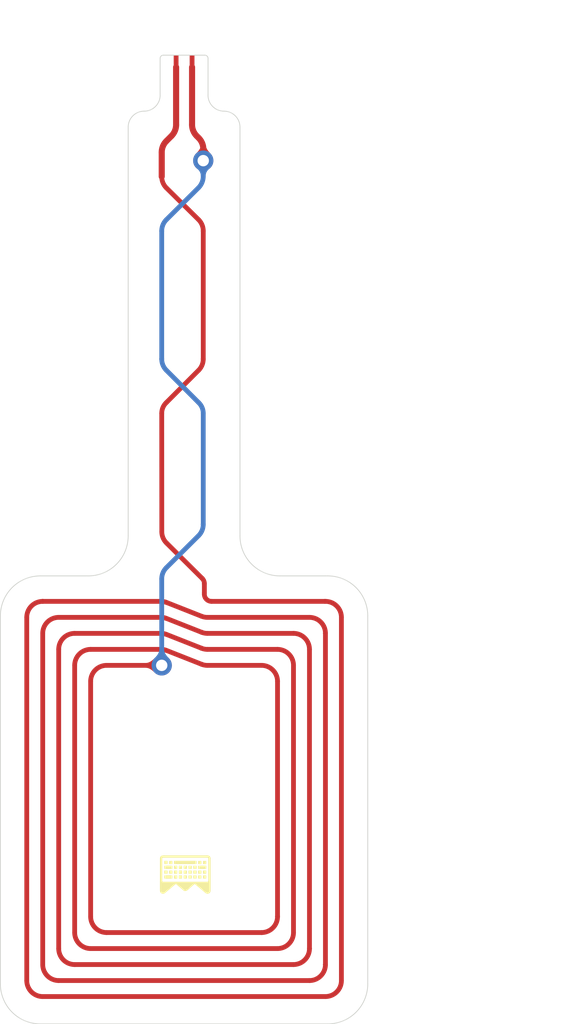
<source format=kicad_pcb>
(kicad_pcb (version 20241229) (generator "pcbnew") (generator_version "9.0")
  (layers (0 "F.Cu" signal) (2 "B.Cu" signal) (13 "F.Paste" user) (15 "B.Paste" user) (5 "F.SilkS" user "F.Silkscreen") (7 "B.SilkS" user "B.Silkscreen") (1 "F.Mask" user) (3 "B.Mask" user) (25 "Edge.Cuts" user))
  (net 0 "")
  (net 1 "/ANT")
  (footprint "RoyalBlue54L-NFC-Antenna_Connector_FPC:0.5mm-2p" (layer "F.Cu") (at 151.44971 66.560695)
    (property "Reference" "J1" (hide yes))
    (property "Value" "Conn_01x02")
    (fp_line (start -1.5 0.2) (end -1.5 2.5) (stroke (width 0.05)) (layer "Edge.Cuts"))
    (fp_line (start -1.3 0) (end 1.3 0) (stroke (width 0.05)) (layer "Edge.Cuts"))
    (fp_line (start 1.5 0.2) (end 1.5 2.5) (stroke (width 0.05)) (layer "Edge.Cuts"))
    (fp_arc (start -1.5 0.2) (mid -1.441421 0.058579) (end -1.3 0) (stroke (width 0.05)) (layer "Edge.Cuts"))
    (fp_arc (start 1.3 0) (mid 1.441421 0.058579) (end 1.5 0.2) (stroke (width 0.05)) (layer "Edge.Cuts"))
    (pad "1" smd roundrect (at -0.5 0.75) (size 0.3 1.5) (layers "F.Cu" "F.Mask" "F.Paste") (roundrect_rratio 0.15) (net 1 "/ANT"))
    (pad "2" smd roundrect (at 0.5 0.75) (size 0.3 1.5) (layers "F.Cu" "F.Mask" "F.Paste") (roundrect_rratio 0.15) (net 1 "/ANT"))
  )
  (footprint "LordsBoards-Symbol:LordsBoardsLogo_Small_Silk" (layer "F.Cu") (at 153.1125 118.976103 180)
    (property "Reference" "REF**" (hide yes))
    (property "Value" "LordsBoardsLogo_Small_Silk" (hide yes))
  )
  (gr_poly (pts (xy 152.8049 72.154615) (xy 152.80785 72.206125) (xy 152.81668 72.258285) (xy 152.83141 72.311095) (xy 152.85203 72.364565) (xy 152.87854 72.418685) (xy 152.91095 72.473455) (xy 152.94924 72.528875) (xy 152.99343 72.584955) (xy 153.0435 72.641695) (xy 153.09947 72.699075) (xy 152.21047 72.699355) (xy 152.26642 72.641925) (xy 152.36065 72.529035) (xy 152.39892 72.473585) (xy 152.43132 72.418795) (xy 152.45782 72.364655) (xy 152.47843 72.311185) (xy 152.49315 72.258365) (xy 152.50198 72.206205) (xy 152.50493 72.154715)) (fill yes) (layer "F.Cu") (net 1))
  (gr_poly (pts (xy 149.0517 104.550015) (xy 149.10321 104.547075) (xy 149.15537 104.538235) (xy 149.20818 104.523505) (xy 149.26165 104.502885) (xy 149.31577 104.476375) (xy 149.37054 104.443975) (xy 149.42597 104.405675) (xy 149.48204 104.361495) (xy 149.53878 104.311415) (xy 149.59616 104.255445) (xy 149.59644 105.144445) (xy 149.53901 105.088495) (xy 149.42613 104.994275) (xy 149.37067 104.955995) (xy 149.31588 104.923605) (xy 149.26174 104.897105) (xy 149.20827 104.876495) (xy 149.15545 104.861765) (xy 149.10329 104.852935) (xy 149.0518 104.849995)) (fill yes) (layer "F.Cu") (net 1))
  (gr_poly (pts (xy 150.20007 103.701845) (xy 150.20301 103.753335) (xy 150.21184 103.805495) (xy 150.22657 103.858305) (xy 150.24718 103.911785) (xy 150.27368 103.965925) (xy 150.30606 104.020725) (xy 150.34434 104.076185) (xy 150.3885 104.132305) (xy 150.43855 104.189085) (xy 150.4945 104.246535) (xy 149.6055 104.246115) (xy 149.66147 104.188745) (xy 149.75574 104.075945) (xy 149.79404 104.020525) (xy 149.82644 103.965765) (xy 149.85296 103.911645) (xy 149.87358 103.858185) (xy 149.88831 103.805375) (xy 149.89715 103.753205) (xy 149.9001 103.701695)) (fill yes) (layer "B.Cu") (net 1))
  (gr_poly (pts (xy 152.50004 74.121455) (xy 152.49765 74.066145) (xy 152.49047 74.012735) (xy 152.4785 73.961245) (xy 152.46174 73.911665) (xy 152.4402 73.863985) (xy 152.41386 73.818215) (xy 152.38274 73.774365) (xy 152.34684 73.732415) (xy 152.30615 73.692375) (xy 152.26066 73.654245) (xy 153.03943 73.654355) (xy 152.99394 73.692465) (xy 152.95324 73.732495) (xy 152.91732 73.774425) (xy 152.8862 73.818275) (xy 152.85987 73.864025) (xy 152.83832 73.911695) (xy 152.82156 73.961265) (xy 152.80959 74.012755) (xy 152.80241 74.066145) (xy 152.80001 74.121455)) (fill yes) (layer "B.Cu") (net 1))
  (gr_arc (start 157.44971 99.108195) (mid 155.681943 98.375962) (end 154.94971 96.608195) (stroke (width 0.05)) (layer "Edge.Cuts"))
  (gr_arc (start 162.94971 124.608195) (mid 162.217477 126.375962) (end 160.44971 127.108195) (stroke (width 0.05)) (layer "Edge.Cuts"))
  (gr_line (start 162.94971 101.608195) (end 162.94971 124.608195) (stroke (width 0.05)) (layer "Edge.Cuts"))
  (gr_arc (start 139.94971 101.608195) (mid 140.681943 99.840428) (end 142.44971 99.108195) (stroke (width 0.05)) (layer "Edge.Cuts"))
  (gr_line (start 157.44971 99.108195) (end 160.44971 99.108195) (stroke (width 0.05)) (layer "Edge.Cuts"))
  (gr_arc (start 147.94971 71.060695) (mid 148.242603 70.353588) (end 148.94971 70.060695) (stroke (width 0.05)) (layer "Edge.Cuts"))
  (gr_arc (start 142.44971 127.108195) (mid 140.681943 126.375962) (end 139.94971 124.608195) (stroke (width 0.05)) (layer "Edge.Cuts"))
  (gr_arc (start 149.95221 69.058195) (mid 149.658585 69.76707) (end 148.94971 70.060695) (stroke (width 0.05)) (layer "Edge.Cuts"))
  (gr_line (start 142.44971 127.108195) (end 160.44971 127.108195) (stroke (width 0.05)) (layer "Edge.Cuts"))
  (gr_line (start 142.44971 99.108195) (end 145.44971 99.108195) (stroke (width 0.05)) (layer "Edge.Cuts"))
  (gr_line (start 154.94971 71.060695) (end 154.94971 96.608195) (stroke (width 0.05)) (layer "Edge.Cuts"))
  (gr_arc (start 160.44971 99.108195) (mid 162.217477 99.840428) (end 162.94971 101.608195) (stroke (width 0.05)) (layer "Edge.Cuts"))
  (gr_arc (start 153.94971 70.060695) (mid 154.656817 70.353588) (end 154.94971 71.060695) (stroke (width 0.05)) (layer "Edge.Cuts"))
  (gr_line (start 147.94971 71.060695) (end 147.94971 96.608195) (stroke (width 0.05)) (layer "Edge.Cuts"))
  (gr_arc (start 147.94971 96.608195) (mid 147.217477 98.375962) (end 145.44971 99.108195) (stroke (width 0.05)) (layer "Edge.Cuts"))
  (gr_line (start 139.94971 101.608195) (end 139.94971 124.608195) (stroke (width 0.05)) (layer "Edge.Cuts"))
  (gr_arc (start 153.94971 70.060695) (mid 153.240835 69.76707) (end 152.94721 69.058195) (stroke (width 0.05)) (layer "Edge.Cuts"))
  (segment (start 152.65003 77.549945) (end 152.65003 85.549925) (width 0.29997) (layer "F.Cu") (net 1))
  (segment (start 150.95051 67.310695) (end 150.95051 70.905695) (width 0.381) (layer "F.Cu") (net 1))
  (segment (start 150.22368 101.727425) (end 150.15532 101.713525) (width 0.29997) (layer "F.Cu") (net 1))
  (segment (start 152.71988 100.154165) (end 152.71988 100.249925) (width 0.3) (layer "F.Cu") (net 1))
  (segment (start 150.15532 101.713525) (end 150.08616 101.704415) (width 0.29997) (layer "F.Cu") (net 1))
  (segment (start 150.01653 102.700165) (end 149.99014 102.700005) (width 0.29997) (layer "F.Cu") (net 1))
  (segment (start 160.3 123.399735) (end 160.3 123.399995) (width 0.3) (layer "F.Cu") (net 1))
  (segment (start 141.60001 101.699755) (end 141.60001 124.399985) (width 0.29997) (layer "F.Cu") (net 1))
  (segment (start 152.58399 99.265415) (end 150.40009 97.099815) (width 0.29997) (layer "F.Cu") (net 1))
  (segment (start 152.74393 72.777595) (end 152.74393 73.152695) (width 0.381) (layer "F.Cu") (net 1))
  (segment (start 142.60001 100.700015) (end 142.59975 100.700015) (width 0.29997) (layer "F.Cu") (net 1))
  (segment (start 152.54052 103.629295) (end 150.35666 102.769345) (width 0.29997) (layer "F.Cu") (net 1))
  (segment (start 157.3 122.399995) (end 145.6 122.399995) (width 0.29997) (layer "F.Cu") (net 1))
  (segment (start 156.30001 104.700005) (end 152.90987 104.700005) (width 0.29997) (layer "F.Cu") (net 1))
  (segment (start 160.3 102.699755) (end 160.3 102.700005) (width 0.29997) (layer "F.Cu") (net 1))
  (segment (start 159.3 101.699755) (end 152.90988 101.699755) (width 0.29997) (layer "F.Cu") (net 1))
  (segment (start 152.54335 101.630415) (end 150.35666 100.769355) (width 0.29997) (layer "F.Cu") (net 1))
  (segment (start 160.3 123.399735) (end 160.3 123.399995) (width 0.29997) (layer "F.Cu") (net 1))
  (segment (start 149.99014 102.700005) (end 144.6 102.700005) (width 0.29997) (layer "F.Cu") (net 1))
  (segment (start 152.54335 103.630405) (end 152.54052 103.629295) (width 0.29997) (layer "F.Cu") (net 1))
  (segment (start 159.3 103.700005) (end 159.3 122.399735) (width 0.29997) (layer "F.Cu") (net 1))
  (segment (start 158.3 102.700005) (end 152.90987 102.700005) (width 0.29997) (layer "F.Cu") (net 1))
  (segment (start 150.2909 102.746065) (end 150.22368 102.727425) (width 0.29997) (layer "F.Cu") (net 1))
  (segment (start 152.65003 85.549925) (end 152.65003 85.550035) (width 0.29997) (layer "F.Cu") (net 1))
  (segment (start 159.3 122.399735) (end 159.3 122.399995) (width 0.29997) (layer "F.Cu") (net 1))
  (segment (start 150.05008 104.700005) (end 146.6 104.700005) (width 0.29997) (layer "F.Cu") (net 1))
  (segment (start 142.60001 100.700015) (end 142.59975 100.700015) (width 0.29997) (layer "F.Cu") (net 1))
  (segment (start 152.65512 72.440195) (end 152.65512 73.152695) (width 0.381) (layer "F.Cu") (net 1))
  (segment (start 152.65003 85.549925) (end 152.65003 85.550035) (width 0.29997) (layer "F.Cu") (net 1))
  (segment (start 152.58406 99.265495) (end 152.58399 99.265415) (width 0.29997) (layer "F.Cu") (net 1))
  (segment (start 150.35666 100.769355) (end 150.2909 100.746065) (width 0.29997) (layer "F.Cu") (net 1))
  (segment (start 160.3 102.699755) (end 160.3 102.700005) (width 0.29997) (layer "F.Cu") (net 1))
  (segment (start 152.54071 104.629375) (end 152.54052 104.629295) (width 0.29997) (layer "F.Cu") (net 1))
  (segment (start 152.71988 99.608315) (end 152.71988 100.154165) (width 0.29997) (layer "F.Cu") (net 1))
  (segment (start 160.3 125.399985) (end 142.60001 125.399985) (width 0.29997) (layer "F.Cu") (net 1))
  (segment (start 159.3 124.399985) (end 143.60001 124.399985) (width 0.29997) (layer "F.Cu") (net 1))
  (segment (start 160.3 102.700005) (end 160.3 123.399735) (width 0.29997) (layer "F.Cu") (net 1))
  (segment (start 158.3 123.399995) (end 144.6 123.399995) (width 0.29997) (layer "F.Cu") (net 1))
  (segment (start 156.30001 121.399995) (end 146.6 121.399995) (width 0.29997) (layer "F.Cu") (net 1))
  (segment (start 150.05011 72.635195) (end 150.05011 74.150005) (width 0.381) (layer "F.Cu") (net 1))
  (segment (start 142.60001 102.700005) (end 142.60001 123.399995) (width 0.29997) (layer "F.Cu") (net 1))
  (segment (start 150.65801 71.613085) (end 150.343 71.928085) (width 0.381) (layer "F.Cu") (net 1))
  (segment (start 150.35666 103.769345) (end 150.2909 103.746065) (width 0.29997) (layer "F.Cu") (net 1))
  (segment (start 157.3 105.700005) (end 157.3 120.399745) (width 0.29997) (layer "F.Cu") (net 1))
  (segment (start 160.3 123.399735) (end 160.3 123.399995) (width 0.29997) (layer "F.Cu") (net 1))
  (segment (start 150.15532 103.713515) (end 150.08616 103.704415) (width 0.29997) (layer "F.Cu") (net 1))
  (segment (start 150.2909 101.746065) (end 150.22368 101.727425) (width 0.29997) (layer "F.Cu") (net 1))
  (segment (start 143.60001 103.700005) (end 143.60001 122.399995) (width 0.29997) (layer "F.Cu") (net 1))
  (segment (start 152.54335 104.630405) (end 152.54052 104.629295) (width 0.29997) (layer "F.Cu") (net 1))
  (segment (start 158.3 121.399745) (end 158.3 121.399995) (width 0.29997) (layer "F.Cu") (net 1))
  (segment (start 157.3 120.399745) (end 157.3 120.399995) (width 0.29997) (layer "F.Cu") (net 1))
  (segment (start 152.54071 102.629375) (end 152.54052 102.629295) (width 0.29997) (layer "F.Cu") (net 1))
  (segment (start 152.65003 85.549925) (end 152.65003 85.550035) (width 0.3) (layer "F.Cu") (net 1))
  (segment (start 150.37139 88.242835) (end 150.3229 88.291325) (width 0.3) (layer "F.Cu") (net 1))
  (segment (start 150.40009 97.099815) (end 150.34515 97.044875) (width 0.3) (layer "F.Cu") (net 1))
  (segment (start 150.05491 96.344165) (end 150.05008 88.949975) (width 0.29997) (layer "F.Cu") (net 1))
  (segment (start 158.3 104.700005) (end 158.3 121.399745) (width 0.29997) (layer "F.Cu") (net 1))
  (segment (start 150.08616 100.704425) (end 150.01653 100.700165) (width 0.29997) (layer "F.Cu") (net 1))
  (segment (start 150.08616 103.704415) (end 150.01653 103.700155) (width 0.29997) (layer "F.Cu") (net 1))
  (segment (start 157.3 103.700005) (end 152.90987 103.700005) (width 0.29997) (layer "F.Cu") (net 1))
  (segment (start 150.2909 100.746065) (end 150.22368 100.727435) (width 0.29997) (layer "F.Cu") (net 1))
  (segment (start 150.01653 101.700165) (end 149.99014 101.699755) (width 0.29997) (layer "F.Cu") (net 1))
  (segment (start 144.6 104.700005) (end 144.6 121.399995) (width 0.29997) (layer "F.Cu") (net 1))
  (segment (start 149.99014 101.699755) (end 143.60001 101.699755) (width 0.29997) (layer "F.Cu") (net 1))
  (segment (start 152.71988 99.593485) (end 152.71988 99.608315) (width 0.3) (layer "F.Cu") (net 1))
  (segment (start 152.65003 77.549835) (end 152.65003 77.549945) (width 0.29997) (layer "F.Cu") (net 1))
  (segment (start 160.24996 100.700015) (end 153.16996 100.700015) (width 0.29997) (layer "F.Cu") (net 1))
  (segment (start 150.15532 100.713525) (end 150.08616 100.704425) (width 0.29997) (layer "F.Cu") (net 1))
  (segment (start 150.22368 102.727425) (end 150.15532 102.713525) (width 0.29997) (layer "F.Cu") (net 1))
  (segment (start 152.54335 102.630415) (end 152.54052 102.629295) (width 0.29997) (layer "F.Cu") (net 1))
  (segment (start 152.54052 102.629295) (end 150.35666 101.769355) (width 0.29997) (layer "F.Cu") (net 1))
  (segment (start 150.08616 102.704415) (end 150.01653 102.700165) (width 0.29997) (layer "F.Cu") (net 1))
  (segment (start 152.54052 104.629295) (end 150.35666 103.769345) (width 0.29997) (layer "F.Cu") (net 1))
  (segment (start 150.01653 100.700165) (end 149.99014 100.700015) (width 0.29997) (layer "F.Cu") (net 1))
  (segment (start 152.35716 76.842805) (end 150.34294 74.857035) (width 0.29997) (layer "F.Cu") (net 1))
  (segment (start 152.35716 86.257065) (end 150.37139 88.242835) (width 0.29997) (layer "F.Cu") (net 1))
  (segment (start 151.94971 67.310695) (end 151.94971 70.905695) (width 0.381) (layer "F.Cu") (net 1))
  (segment (start 145.6 105.700005) (end 145.6 120.399995) (width 0.29997) (layer "F.Cu") (net 1))
  (segment (start 152.65003 77.549835) (end 152.65003 77.549945) (width 0.29997) (layer "F.Cu") (net 1))
  (segment (start 152.58406 99.265495) (end 152.58399 99.265415) (width 0.29997) (layer "F.Cu") (net 1))
  (segment (start 150.08616 101.704415) (end 150.01653 101.700165) (width 0.29997) (layer "F.Cu") (net 1))
  (segment (start 150.22368 100.727435) (end 150.15532 100.713525) (width 0.29997) (layer "F.Cu") (net 1))
  (segment (start 149.99014 100.700015) (end 142.60001 100.700015) (width 0.29997) (layer "F.Cu") (net 1))
  (segment (start 160.30025 100.700015) (end 160.24996 100.700015) (width 0.3) (layer "F.Cu") (net 1))
  (segment (start 152.36222 71.733085) (end 152.24222 71.613085) (width 0.381) (layer "F.Cu") (net 1))
  (segment (start 142.60001 102.699755) (end 142.60001 102.700005) (width 0.3) (layer "F.Cu") (net 1))
  (segment (start 150.15532 102.713525) (end 150.08616 102.704415) (width 0.29997) (layer "F.Cu") (net 1))
  (segment (start 150.01653 103.700155) (end 149.99014 103.700005) (width 0.29997) (layer "F.Cu") (net 1))
  (segment (start 150.2909 103.746065) (end 150.22368 103.727425) (width 0.29997) (layer "F.Cu") (net 1))
  (segment (start 149.99014 103.700005) (end 145.6 103.700005) (width 0.29997) (layer "F.Cu") (net 1))
  (segment (start 150.35666 102.769345) (end 150.2909 102.746065) (width 0.29997) (layer "F.Cu") (net 1))
  (segment (start 152.54071 103.629375) (end 152.54052 103.629295) (width 0.29997) (layer "F.Cu") (net 1))
  (segment (start 150.35666 101.769355) (end 150.2909 101.746065) (width 0.29997) (layer "F.Cu") (net 1))
  (segment (start 161.3 101.699755) (end 161.3 124.399985) (width 0.29997) (layer "F.Cu") (net 1))
  (segment (start 150.22368 103.727425) (end 150.15532 103.713515) (width 0.29997) (layer "F.Cu") (net 1))
  (via (at 152.65011 73.152695) (size 1.27) (drill 0.7112) (layers "F.Cu" "B.Cu") (net 1))
  (via (at 150.04978 104.699805) (size 1.27) (drill 0.7112) (layers "F.Cu" "B.Cu") (net 1))
  (arc (start 141.60001 101.699755) (mid 141.892827 100.992832) (end 142.59975 100.700015) (width 0.3) (layer "F.Cu") (net 1))
  (arc (start 152.90988 101.699755) (mid 152.723384 101.682211) (end 152.543432 101.630194) (width 0.3) (layer "F.Cu") (net 1))
  (arc (start 152.543432 101.630194) (mid 152.539349 101.628576) (end 152.535273 101.626939) (width 0.3) (layer "F.Cu") (net 1))
  (arc (start 150.345143 97.044872) (mid 150.130332 96.723385) (end 150.054901 96.344165) (width 0.3) (layer "F.Cu") (net 1))
  (arc (start 158.3 102.700005) (mid 159.007107 102.992898) (end 159.3 103.700005) (width 0.3) (layer "F.Cu") (net 1))
  (arc (start 152.540521 103.629296) (mid 152.537891 103.628246) (end 152.535263 103.627189) (width 0.3) (layer "F.Cu") (net 1))
  (arc (start 152.540521 102.629296) (mid 152.537891 102.628246) (end 152.535263 102.627189) (width 0.3) (layer "F.Cu") (net 1))
  (arc (start 142.60001 125.399985) (mid 141.892903 125.107092) (end 141.60001 124.399985) (width 0.3) (layer "F.Cu") (net 1))
  (arc (start 152.543346 104.630414) (mid 152.54203 104.629894) (end 152.540714 104.629373) (width 0.3) (layer "F.Cu") (net 1))
  (arc (start 145.6 105.700005) (mid 145.892893 104.992898) (end 146.6 104.700005) (width 0.3) (layer "F.Cu") (net 1))
  (arc (start 144.6 104.700005) (mid 144.892893 103.992898) (end 145.6 103.700005) (width 0.3) (layer "F.Cu") (net 1))
  (arc (start 143.60001 124.399995) (mid 142.892903 124.107102) (end 142.60001 123.399995) (width 0.3) (layer "F.Cu") (net 1))
  (arc (start 143.6 103.700005) (mid 143.892893 102.992898) (end 144.6 102.700005) (width 0.3) (layer "F.Cu") (net 1))
  (arc (start 152.584063 99.265489) (mid 152.684583 99.415983) (end 152.71988 99.593485) (width 0.3) (layer "F.Cu") (net 1))
  (arc (start 161.29999 124.399985) (mid 161.007173 125.106908) (end 160.30025 125.399725) (width 0.3) (layer "F.Cu") (net 1))
  (arc (start 146.6 121.399995) (mid 145.892893 121.107102) (end 145.6 120.399995) (width 0.3) (layer "F.Cu") (net 1))
  (arc (start 159.3 101.699755) (mid 160.007107 101.992648) (end 160.3 102.699755) (width 0.3) (layer "F.Cu") (net 1))
  (arc (start 152.357159 76.842806) (mid 152.573908 77.167194) (end 152.65002 77.549835) (width 0.3) (layer "F.Cu") (net 1))
  (arc (start 152.90987 104.700005) (mid 152.723334 104.682453) (end 152.543346 104.630414) (width 0.3) (layer "F.Cu") (net 1))
  (arc (start 157.30001 120.399999) (mid 157.007027 121.106942) (end 156.30001 121.399745) (width 0.3) (layer "F.Cu") (net 1))
  (arc (start 152.242223 71.613082) (mid 152.02545 71.288659) (end 151.94933 70.905975) (width 0.381) (layer "F.Cu") (net 1))
  (arc (start 145.6 122.399995) (mid 144.892893 122.107102) (end 144.6 121.399995) (width 0.3) (layer "F.Cu") (net 1))
  (arc (start 153.16996 100.700015) (mid 152.851698 100.568187) (end 152.71987 100.249925) (width 0.3) (layer "F.Cu") (net 1))
  (arc (start 160.30025 100.700015) (mid 161.007173 100.992832) (end 161.29999 101.699755) (width 0.3) (layer "F.Cu") (net 1))
  (arc (start 150.342951 74.857034) (mid 150.126202 74.532646) (end 150.05009 74.150005) (width 0.3) (layer "F.Cu") (net 1))
  (arc (start 152.362227 71.733088) (mid 152.579 72.057511) (end 152.65512 72.440195) (width 0.381) (layer "F.Cu") (net 1))
  (arc (start 158.3 121.399999) (mid 158.007017 122.106942) (end 157.3 122.399745) (width 0.3) (layer "F.Cu") (net 1))
  (arc (start 152.90987 103.700005) (mid 152.723334 103.682453) (end 152.543346 103.630414) (width 0.3) (layer "F.Cu") (net 1))
  (arc (start 152.543346 103.630414) (mid 152.54203 103.629894) (end 152.540714 103.629373) (width 0.3) (layer "F.Cu") (net 1))
  (arc (start 150.9509 70.905975) (mid 150.87478 71.288658) (end 150.658007 71.613082) (width 0.381) (layer "F.Cu") (net 1))
  (arc (start 150.05011 72.635195) (mid 150.12623 72.252512) (end 150.343003 71.928088) (width 0.381) (layer "F.Cu") (net 1))
  (arc (start 150.05008 88.949975) (mid 150.120984 88.593517) (end 150.322901 88.291326) (width 0.3) (layer "F.Cu") (net 1))
  (arc (start 152.65002 85.550035) (mid 152.573908 85.932676) (end 152.357159 86.257064) (width 0.3) (layer "F.Cu") (net 1))
  (arc (start 160.3 123.399995) (mid 160.007107 124.107102) (end 159.3 124.399995) (width 0.3) (layer "F.Cu") (net 1))
  (arc (start 152.90987 102.700005) (mid 152.723334 102.682453) (end 152.543346 102.630414) (width 0.3) (layer "F.Cu") (net 1))
  (arc (start 142.60001 102.699755) (mid 142.892903 101.992648) (end 143.60001 101.699755) (width 0.3) (layer "F.Cu") (net 1))
  (arc (start 152.543346 102.630414) (mid 152.54203 102.629894) (end 152.540714 102.629373) (width 0.3) (layer "F.Cu") (net 1))
  (arc (start 152.540521 104.629296) (mid 152.537891 104.628246) (end 152.535263 104.627189) (width 0.3) (layer "F.Cu") (net 1))
  (arc (start 159.3 122.399989) (mid 159.007017 123.106932) (end 158.3 123.399735) (width 0.3) (layer "F.Cu") (net 1))
  (arc (start 156.30001 104.700005) (mid 157.007117 104.992898) (end 157.30001 105.700005) (width 0.3) (layer "F.Cu") (net 1))
  (arc (start 157.3 103.700005) (mid 158.007107 103.992898) (end 158.3 104.700005) (width 0.3) (layer "F.Cu") (net 1))
  (arc (start 144.6 123.399995) (mid 143.892893 123.107102) (end 143.6 122.399995) (width 0.3) (layer "F.Cu") (net 1))
  (segment (start 152.35691 96.592835) (end 150.34294 98.592825) (width 0.29997) (layer "B.Cu") (net 1))
  (segment (start 150.05008 77.549835) (end 150.05008 77.549945) (width 0.3) (layer "B.Cu") (net 1))
  (segment (start 152.65003 73.149905) (end 152.65003 73.152695) (width 0.29997) (layer "B.Cu") (net 1))
  (segment (start 152.32872 88.242835) (end 150.34294 86.257065) (width 0.29997) (layer "B.Cu") (net 1))
  (segment (start 152.64977 95.885695) (end 152.64977 95.885805) (width 0.3) (layer "B.Cu") (net 1))
  (segment (start 152.35005 74.849925) (end 150.34294 76.842805) (width 0.29997) (layer "B.Cu") (net 1))
  (segment (start 152.65003 88.949975) (end 152.64977 95.885695) (width 0.29997) (layer "B.Cu") (net 1))
  (segment (start 150.05008 104.623805) (end 150.05008 104.700005) (width 0.29997) (layer "B.Cu") (net 1))
  (segment (start 152.64977 95.885695) (end 152.64977 95.885805) (width 0.29997) (layer "B.Cu") (net 1))
  (segment (start 152.64977 95.885805) (end 152.64977 95.885935) (width 0.29997) (layer "B.Cu") (net 1))
  (segment (start 152.64977 95.885695) (end 152.64977 95.885935) (width 0.29997) (layer "B.Cu") (net 1))
  (segment (start 150.05008 77.549945) (end 150.05008 85.549925) (width 0.29997) (layer "B.Cu") (net 1))
  (segment (start 150.05008 85.549925) (end 150.05008 85.550035) (width 0.29997) (layer "B.Cu") (net 1))
  (segment (start 150.05008 85.549925) (end 150.05008 85.550035) (width 0.29997) (layer "B.Cu") (net 1))
  (segment (start 150.05008 99.299965) (end 150.05008 104.623805) (width 0.29997) (layer "B.Cu") (net 1))
  (segment (start 152.65003 73.152695) (end 152.65003 74.121455) (width 0.29997) (layer "B.Cu") (net 1))
  (segment (start 152.3772 88.291325) (end 152.32872 88.242835) (width 0.3) (layer "B.Cu") (net 1))
  (arc (start 152.64977 95.885937) (mid 152.573633 96.268507) (end 152.356909 96.592834) (width 0.3) (layer "B.Cu") (net 1))
  (arc (start 150.05009 77.549835) (mid 150.126202 77.167194) (end 150.342951 76.842806) (width 0.3) (layer "B.Cu") (net 1))
  (arc (start 152.65003 74.125725) (mid 152.572069 74.517662) (end 152.350055 74.84993) (width 0.3) (layer "B.Cu") (net 1))
  (arc (start 150.05009 99.299855) (mid 150.126202 98.917214) (end 150.342951 98.592826) (width 0.3) (layer "B.Cu") (net 1))
  (arc (start 152.377209 88.291326) (mid 152.579126 88.593517) (end 152.65003 88.949975) (width 0.3) (layer "B.Cu") (net 1))
  (arc (start 150.342951 86.257064) (mid 150.126202 85.932676) (end 150.05009 85.550035) (width 0.3) (layer "B.Cu") (net 1))
)
</source>
